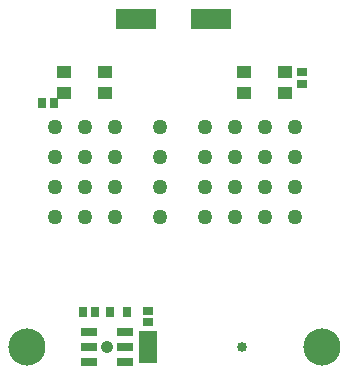
<source format=gbr>
%TF.GenerationSoftware,Altium Limited,Altium Designer,23.8.1 (32)*%
G04 Layer_Color=8388736*
%FSLAX26Y26*%
%MOIN*%
%TF.SameCoordinates,39DE4687-B220-46F9-9087-551BD55EF510*%
%TF.FilePolarity,Negative*%
%TF.FileFunction,Soldermask,Top*%
%TF.Part,Single*%
G01*
G75*
%TA.AperFunction,SMDPad,CuDef*%
%ADD14R,0.135039X0.070079*%
%ADD16R,0.008000X0.025000*%
%ADD17R,0.063000X0.046000*%
%ADD18C,0.050000*%
%ADD42R,0.058268X0.026772*%
%ADD43R,0.045276X0.039366*%
%ADD44R,0.029622X0.033559*%
%ADD45R,0.029528X0.037402*%
%ADD46R,0.033559X0.029622*%
%TA.AperFunction,ViaPad*%
%ADD47C,0.041339*%
%ADD48C,0.033465*%
%ADD49C,0.124016*%
G36*
X-59996Y50000D02*
Y-50000D01*
X-119996D01*
Y50000D01*
X-59996D01*
D01*
D02*
G37*
D14*
X-129996Y1091889D02*
D03*
X120004D02*
D03*
D16*
X-89996Y0D02*
D03*
D17*
Y-30000D02*
D03*
Y30000D02*
D03*
D18*
X-49996Y431889D02*
D03*
Y631889D02*
D03*
Y531889D02*
D03*
Y731889D02*
D03*
X400004Y431889D02*
D03*
Y631889D02*
D03*
Y731889D02*
D03*
X200004Y431889D02*
D03*
X300004D02*
D03*
Y631889D02*
D03*
Y531889D02*
D03*
X400004D02*
D03*
X300004Y731889D02*
D03*
X200004D02*
D03*
X100004D02*
D03*
Y431889D02*
D03*
Y631889D02*
D03*
Y531889D02*
D03*
X200004D02*
D03*
Y631889D02*
D03*
X-199996Y431889D02*
D03*
X-299996Y531889D02*
D03*
Y431889D02*
D03*
X-399996D02*
D03*
Y731889D02*
D03*
X-299996Y631889D02*
D03*
X-399996D02*
D03*
Y531889D02*
D03*
X-199996Y631889D02*
D03*
X-299996Y731889D02*
D03*
X-199996D02*
D03*
Y531889D02*
D03*
D42*
X-164366Y-50000D02*
D03*
X-284445D02*
D03*
Y0D02*
D03*
Y50000D02*
D03*
X-164366D02*
D03*
Y0D02*
D03*
D43*
X231104Y916339D02*
D03*
X368904D02*
D03*
X231104Y847439D02*
D03*
X368904D02*
D03*
X-231096Y847439D02*
D03*
X-368896D02*
D03*
X-231096Y916339D02*
D03*
X-368896D02*
D03*
D44*
X-264993Y116817D02*
D03*
X-304363D02*
D03*
X-440311Y812184D02*
D03*
X-400941D02*
D03*
D45*
X-215322Y118189D02*
D03*
X-158235D02*
D03*
D46*
X-89996Y121574D02*
D03*
Y82204D02*
D03*
X425004Y877204D02*
D03*
Y916574D02*
D03*
D47*
X-224409Y0D02*
D03*
D48*
X224409D02*
D03*
D49*
X492126D02*
D03*
X-492126D02*
D03*
%TF.MD5,f5244555b73932686fc7702ed3e32488*%
M02*

</source>
